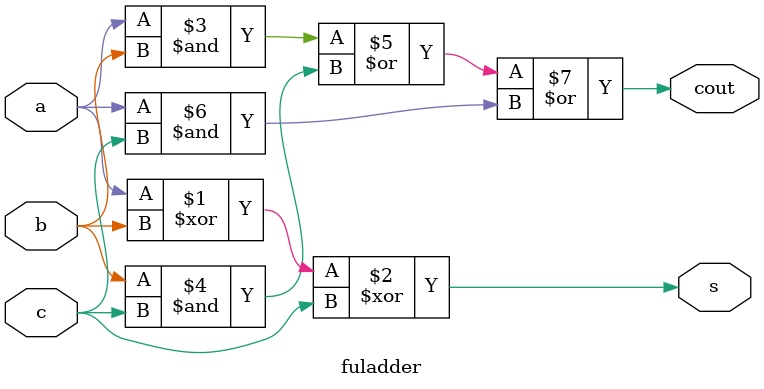
<source format=v>
module fuladder(s,cout,a,b,c);
input a,b,c;
output s,cout;
assign s=a^b^c;
assign cout=(a&b)|(b&c)|(a&c);

endmodule
</source>
